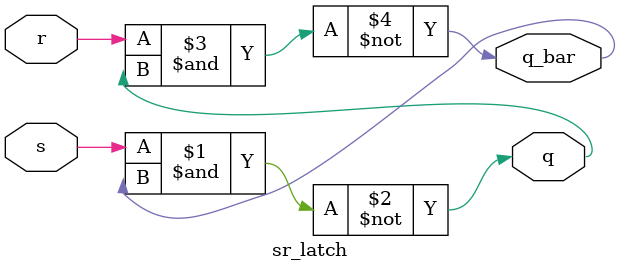
<source format=v>
`timescale 1ns / 1ps


module sr_latch(
input s,r,output q,q_bar
    );
    assign q=~(s&q_bar);
    assign q_bar=~(r&q);
endmodule

</source>
